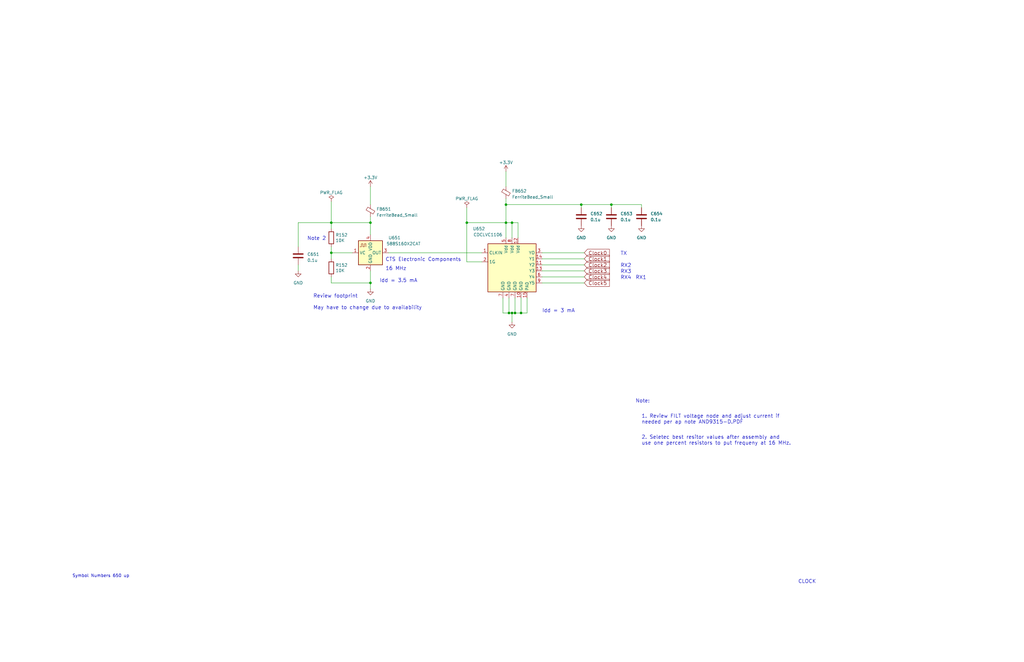
<source format=kicad_sch>
(kicad_sch (version 20230121) (generator eeschema)
  (paper "USLedger")
  (title_block (title "Radiation Tolerant PacSat Communication") (date "2023-06-17") (rev "A") (company "AMSAT-NA") (comment 1 "N5BRG"))
  (lib_symbols
    (symbol "Device:C" (pin_numbers hide) (pin_names (offset 0.254))
      (property "Reference" "C" (at 0.635 2.54 0))
      (property "Value" "C" (at 0.635 -2.54 0))
      (symbol "C_0_1"
        (polyline (pts (xy -2.032 -0.762) (xy 2.032 -0.762)) (stroke (width 0.508)))
        (polyline (pts (xy -2.032 0.762) (xy 2.032 0.762)) (stroke (width 0.508)))
      )
      (symbol "C_1_1"
        (pin passive line (at 0 3.81 270) (length 2.794) (name "~") (number "1"))
        (pin passive line (at 0 -3.81 90) (length 2.794) (name "~") (number "2"))
      )
    )
    (symbol "Device:FerriteBead_Small" (pin_numbers hide) (pin_names (offset 0))
      (property "Reference" "FB" (at 1.905 1.27 0))
      (property "Value" "FerriteBead_Small" (at 1.905 -1.27 0))
      (symbol "FerriteBead_Small_0_1"
        (polyline (pts (xy 0 -1.27) (xy 0 -0.7874)))
        (polyline (pts (xy 0 0.889) (xy 0 1.2954)))
        (polyline (pts (xy -1.8288 0.2794) (xy -1.1176 1.4986) (xy 1.8288 -0.2032) (xy 1.1176 -1.4224) (xy -1.8288 0.2794)))
      )
      (symbol "FerriteBead_Small_1_1"
        (pin passive line (at 0 2.54 270) (length 1.27) (name "~") (number "1"))
        (pin passive line (at 0 -2.54 90) (length 1.27) (name "~") (number "2"))
      )
    )
    (symbol "Device:R" (pin_numbers hide) (pin_names (offset 0))
      (property "Reference" "R" (at 2.032 0 90))
      (property "Value" "R" (at 0 0 90))
      (symbol "R_0_1"
        (rectangle (start -1.016 -2.54) (end 1.016 2.54) (stroke (width 0.254)))
      )
      (symbol "R_1_1"
        (pin passive line (at 0 3.81 270) (length 1.27) (name "~") (number "1"))
        (pin passive line (at 0 -3.81 90) (length 1.27) (name "~") (number "2"))
      )
    )
    (symbol "Oscillator:FT5HV"
      (property "Reference" "U" (at 5.08 11.43 0))
      (property "Value" "FT5HV" (at 6.35 8.89 0))
      (symbol "FT5HV_0_1"
        (rectangle (start -5.08 5.08) (end 5.08 -5.08) (stroke (width 0.254)) (fill (type background)))
        (polyline (pts (xy -4.445 2.54) (xy -3.81 2.54) (xy -3.81 3.81) (xy -3.175 3.81) (xy -3.175 2.54) (xy -2.54 2.54) (xy -2.54 3.81) (xy -1.905 3.81) (xy -1.905 2.54)))
      )
      (symbol "FT5HV_1_1"
        (pin input line (at -7.62 0 0) (length 2.54) (name "VC") (number "1"))
        (pin power_in line (at 0 -7.62 90) (length 2.54) (name "GND") (number "2"))
        (pin output line (at 7.62 0 180) (length 2.54) (name "OUT") (number "3"))
        (pin power_in line (at 0 7.62 270) (length 2.54) (name "VDD") (number "4"))
      )
    )
    (symbol "PACSAT_ICs:CDCLVP1106"
      (property "Reference" "U652" (at -13.97 16.51 0))
      (property "Value" "CDCLVC1106" (at -10.16 13.97 0))
      (symbol "CDCLVP1106_0_0"
        (pin input line (at -12.7 6.35 0) (length 2.54) (name "CLKIN") (number "1"))
        (pin power_in line (at 3.81 -12.7 90) (length 2.54) (name "GND") (number "10"))
        (pin output line (at 12.7 1.27 180) (length 2.54) (name "Y2") (number "11"))
        (pin power_in line (at 2.54 12.7 270) (length 2.54) (name "Vdd") (number "12"))
        (pin output line (at 12.7 -1.27 180) (length 2.54) (name "Y3") (number "13"))
        (pin output line (at 12.7 3.81 180) (length 2.54) (name "Y1") (number "14"))
        (pin input line (at -12.7 2.54 0) (length 2.54) (name "1G") (number "2"))
        (pin output line (at 12.7 6.35 180) (length 2.54) (name "YO") (number "3"))
        (pin power_in line (at -1.27 -12.7 90) (length 2.54) (name "GND") (number "4"))
        (pin power_in line (at -2.54 12.7 270) (length 2.54) (name "Vdd") (number "5"))
        (pin output line (at 12.7 -3.81 180) (length 2.54) (name "Y4") (number "6"))
        (pin power_in line (at -3.81 -12.7 90) (length 2.54) (name "GND") (number "7"))
        (pin power_in line (at 1.27 -12.7 90) (length 2.54) (name "GND") (number "7"))
        (pin power_in line (at 0 12.7 270) (length 2.54) (name "Vdd") (number "8"))
        (pin output line (at 12.7 -6.35 180) (length 2.54) (name "Y5") (number "9"))
      )
      (symbol "CDCLVP1106_0_1"
        (rectangle (start -10.16 10.16) (end 10.16 -10.16) (stroke (width 0.254)) (fill (type background)))
      )
      (symbol "CDCLVP1106_1_1"
        (pin power_in line (at 6.35 -12.7 90) (length 2.54) (name "PAD") (number "15"))
      )
    )
    (symbol "power:+3.3V" (power) (pin_names (offset 0))
      (property "Value" "+3.3V" (at 0 3.556 0))
      (symbol "+3.3V_0_1"
        (polyline (pts (xy -0.762 1.27) (xy 0 2.54)))
        (polyline (pts (xy 0 0) (xy 0 2.54)))
        (polyline (pts (xy 0 2.54) (xy 0.762 1.27)))
      )
      (symbol "+3.3V_1_1"
        (pin power_in line (at 0 0 90) (length 0) hide (name "+3.3V") (number "1"))
      )
    )
    (symbol "power:GND" (power) (pin_names (offset 0))
      (property "Value" "GND" (at 0 -3.81 0))
      (symbol "GND_0_1"
        (polyline (pts (xy 0 0) (xy 0 -1.27) (xy 1.27 -1.27) (xy 0 -2.54) (xy -1.27 -1.27) (xy 0 -1.27)))
      )
      (symbol "GND_1_1"
        (pin power_in line (at 0 0 270) (length 0) hide (name "GND") (number "1"))
      )
    )
    (symbol "power:PWR_FLAG" (power) (pin_numbers hide) (pin_names (offset 0) hide)
      (property "Value" "PWR_FLAG" (at 0 3.81 0))
      (symbol "PWR_FLAG_0_0"
        (pin power_out line (at 0 0 90) (length 0) (name "pwr") (number "1"))
      )
      (symbol "PWR_FLAG_0_1"
        (polyline (pts (xy 0 0) (xy 0 1.27) (xy -1.016 1.905) (xy 0 2.54) (xy 1.016 1.905) (xy 0 1.27)))
      )
    )
  )
  (junction (at 214.63 132.08))
  (junction (at 196.85 93.98))
  (junction (at 245.11 86.36))
  (junction (at 139.7 93.98))
  (junction (at 219.71 132.08))
  (junction (at 217.17 132.08))
  (junction (at 139.7 106.68))
  (junction (at 215.9 132.08))
  (junction (at 213.36 86.36))
  (junction (at 156.21 93.98))
  (junction (at 156.21 119.38))
  (junction (at 213.36 93.98))
  (junction (at 257.81 86.36))
  (junction (at 215.9 93.98))
  (wire (pts (xy 215.9 132.08) (xy 217.17 132.08)))
  (wire (pts (xy 156.21 114.3) (xy 156.21 119.38)))
  (wire (pts (xy 228.6 114.3) (xy 246.38 114.3)))
  (wire (pts (xy 139.7 93.98) (xy 139.7 96.52)))
  (wire (pts (xy 163.83 106.68) (xy 203.2 106.68)))
  (wire (pts (xy 156.21 78.74) (xy 156.21 86.36)))
  (wire (pts (xy 214.63 132.08) (xy 215.9 132.08)))
  (wire (pts (xy 219.71 132.08) (xy 217.17 132.08)))
  (wire (pts (xy 219.71 125.73) (xy 219.71 132.08)))
  (wire (pts (xy 156.21 91.44) (xy 156.21 93.98)))
  (wire (pts (xy 139.7 106.68) (xy 148.59 106.68)))
  (wire (pts (xy 245.11 87.63) (xy 245.11 86.36)))
  (wire (pts (xy 228.6 106.68) (xy 246.38 106.68)))
  (wire (pts (xy 156.21 93.98) (xy 156.21 99.06)))
  (wire (pts (xy 257.81 87.63) (xy 257.81 86.36)))
  (wire (pts (xy 228.6 111.76) (xy 246.38 111.76)))
  (wire (pts (xy 125.73 93.98) (xy 139.7 93.98)))
  (wire (pts (xy 215.9 93.98) (xy 218.44 93.98)))
  (wire (pts (xy 139.7 116.84) (xy 139.7 119.38)))
  (wire (pts (xy 218.44 93.98) (xy 218.44 100.33)))
  (wire (pts (xy 125.73 111.76) (xy 125.73 114.3)))
  (wire (pts (xy 196.85 110.49) (xy 196.85 93.98)))
  (wire (pts (xy 219.71 132.08) (xy 222.25 132.08)))
  (wire (pts (xy 245.11 86.36) (xy 213.36 86.36)))
  (wire (pts (xy 213.36 72.39) (xy 213.36 78.74)))
  (wire (pts (xy 139.7 93.98) (xy 156.21 93.98)))
  (wire (pts (xy 228.6 119.38) (xy 246.38 119.38)))
  (wire (pts (xy 215.9 132.08) (xy 215.9 135.89)))
  (wire (pts (xy 196.85 87.63) (xy 196.85 93.98)))
  (wire (pts (xy 213.36 83.82) (xy 213.36 86.36)))
  (wire (pts (xy 257.81 86.36) (xy 270.51 86.36)))
  (wire (pts (xy 213.36 93.98) (xy 213.36 100.33)))
  (wire (pts (xy 139.7 104.14) (xy 139.7 106.68)))
  (wire (pts (xy 203.2 110.49) (xy 196.85 110.49)))
  (wire (pts (xy 139.7 119.38) (xy 156.21 119.38)))
  (wire (pts (xy 212.09 132.08) (xy 214.63 132.08)))
  (wire (pts (xy 213.36 86.36) (xy 213.36 93.98)))
  (wire (pts (xy 228.6 109.22) (xy 246.38 109.22)))
  (wire (pts (xy 139.7 85.09) (xy 139.7 93.98)))
  (wire (pts (xy 217.17 125.73) (xy 217.17 132.08)))
  (wire (pts (xy 196.85 93.98) (xy 213.36 93.98)))
  (wire (pts (xy 245.11 86.36) (xy 257.81 86.36)))
  (wire (pts (xy 270.51 87.63) (xy 270.51 86.36)))
  (wire (pts (xy 228.6 116.84) (xy 246.38 116.84)))
  (wire (pts (xy 125.73 93.98) (xy 125.73 104.14)))
  (wire (pts (xy 212.09 125.73) (xy 212.09 132.08)))
  (wire (pts (xy 215.9 93.98) (xy 215.9 100.33)))
  (wire (pts (xy 214.63 125.73) (xy 214.63 132.08)))
  (wire (pts (xy 213.36 93.98) (xy 215.9 93.98)))
  (wire (pts (xy 156.21 119.38) (xy 156.21 121.92)))
  (wire (pts (xy 139.7 106.68) (xy 139.7 109.22)))
  (wire (pts (xy 222.25 125.73) (xy 222.25 132.08)))
  (text "RX2" (at 261.62 113.03 0) (effects (font (size 1.524 1.524)) (justify left bottom)))
  (text "1. Review FILT voltage node and adjust current if\nneeded per ap note AND9315-D.PDF" (at 270.51 179.07 0) (effects (font (size 1.524 1.524)) (justify left bottom)))
  (text "CLOCK" (at 336.55 246.38 0) (effects (font (size 1.524 1.524)) (justify left bottom)))
  (text "RX1" (at 267.97 118.11 0) (effects (font (size 1.524 1.524)) (justify left bottom)))
  (text "RX3" (at 261.62 115.57 0) (effects (font (size 1.524 1.524)) (justify left bottom)))
  (text "RX4" (at 261.62 118.11 0) (effects (font (size 1.524 1.524)) (justify left bottom)))
  (text "TX" (at 261.62 107.95 0) (effects (font (size 1.524 1.524)) (justify left bottom)))
  (text "Review footprint\n\nMay have to change due to availability" (at 132.08 130.81 0) (effects (font (size 1.524 1.524)) (justify left bottom)))
  (text "CTS Electronic Components" (at 162.56 110.49 0) (effects (font (size 1.524 1.524)) (justify left bottom)))
  (text "Note:\n" (at 267.97 170.18 0) (effects (font (size 1.524 1.524)) (justify left bottom)))
  (text "Note 2" (at 129.54 101.6 0) (effects (font (size 1.524 1.524)) (justify left bottom)))
  (text "16 MHz" (at 162.56 114.3 0) (effects (font (size 1.524 1.524)) (justify left bottom)))
  (text "2. Seletec best resitor values after assembly and\nuse one percent resistors to put frequeny at 16 MHz." (at 270.51 187.96 0) (effects (font (size 1.524 1.524)) (justify left bottom)))
  (text "Idd = 3 mA" (at 228.6 132.08 0) (effects (font (size 1.524 1.524)) (justify left bottom)))
  (text "Symbol Numbers 650 up" (at 30.48 243.84 0) (effects (font (size 1.27 1.27)) (justify left bottom)))
  (text "Idd = 3.5 mA" (at 160.02 119.38 0) (effects (font (size 1.524 1.524)) (justify left bottom)))
  (global_label "Clock4" (shape input) (at 246.38 116.84 0) (effects (font (size 1.524 1.524))) (property "Intersheetrefs" "${INTERSHEET_REFS}" (effects hide)))
  (global_label "Clock3" (shape input) (at 246.38 114.3 0) (effects (font (size 1.524 1.524))) (property "Intersheetrefs" "${INTERSHEET_REFS}" (effects hide)))
  (global_label "Clock0" (shape input) (at 246.38 106.68 0) (effects (font (size 1.524 1.524))) (property "Intersheetrefs" "${INTERSHEET_REFS}" (effects hide)))
  (global_label "Clock1" (shape input) (at 246.38 109.22 0) (effects (font (size 1.524 1.524))) (property "Intersheetrefs" "${INTERSHEET_REFS}" (effects hide)))
  (global_label "Clock2" (shape input) (at 246.38 111.76 0) (effects (font (size 1.524 1.524))) (property "Intersheetrefs" "${INTERSHEET_REFS}" (effects hide)))
  (global_label "Clock5" (shape input) (at 246.38 119.38 0) (effects (font (size 1.524 1.524))) (property "Intersheetrefs" "${INTERSHEET_REFS}" (effects hide)))
  (symbol (lib_id "Device:C") (at 245.11 91.44 0) (unit 1)
    (property "Reference" "C652" (at 248.92 90.1699 0) (effects (justify left)))
    (property "Value" "0.1u" (at 248.92 92.7099 0) (effects (justify left)))
    (property "Footprint" "Capacitor_SMD:C_0603_1608Metric_Pad1.08x0.95mm_HandSolder" (effects hide))
  )
  (symbol (lib_id "power:GND") (at 215.9 135.89 0) (unit 1)
    (property "Reference" "#PWR0655" (effects hide))
    (property "Value" "GND" (at 215.9 140.97 0))
  )
  (symbol (lib_id "power:+3.3V") (at 156.21 78.74 0) (unit 1)
    (property "Reference" "#PWR0652" (effects hide))
    (property "Value" "+3.3V" (at 156.21 74.93 0))
  )
  (symbol (lib_id "Device:FerriteBead_Small") (at 156.21 88.9 0) (unit 1)
    (property "Reference" "FB651" (at 158.75 88.2269 0) (effects (justify left)))
    (property "Value" "FerriteBead_Small" (at 158.75 90.7669 0) (effects (justify left)))
    (property "Footprint" "Resistor_SMD:R_0603_1608Metric_Pad0.98x0.95mm_HandSolder" (effects hide))
  )
  (symbol (lib_id "power:GND") (at 270.51 95.25 0) (unit 1)
    (property "Reference" "#PWR0658" (effects hide))
    (property "Value" "GND" (at 270.51 100.33 0))
  )
  (symbol (lib_id "power:GND") (at 257.81 95.25 0) (unit 1)
    (property "Reference" "#PWR0657" (effects hide))
    (property "Value" "GND" (at 257.81 100.33 0))
  )
  (symbol (lib_id "power:PWR_FLAG") (at 196.85 87.63 0) (unit 1)
    (property "Reference" "#FLG095" (effects hide))
    (property "Value" "PWR_FLAG" (at 196.85 83.82 0))
  )
  (symbol (lib_id "power:PWR_FLAG") (at 139.7 85.09 0) (unit 1)
    (property "Reference" "#FLG06" (effects hide))
    (property "Value" "PWR_FLAG" (at 139.7 81.28 0))
  )
  (symbol (lib_id "power:+3.3V") (at 213.36 72.39 0) (unit 1)
    (property "Reference" "#PWR0654" (effects hide))
    (property "Value" "+3.3V" (at 213.36 68.58 0))
  )
  (symbol (lib_id "Device:R") (at 139.7 100.33 0) (unit 1)
    (property "Reference" "R152" (at 141.478 99.1616 0) (effects (justify left)))
    (property "Value" "10K" (at 141.478 101.473 0) (effects (justify left)))
    (property "Footprint" "Resistor_SMD:R_0603_1608Metric_Pad0.98x0.95mm_HandSolder" (effects hide))
    (instances (project "PacSat_Dev_RevC_230904" (path "" (reference "R152") (unit 1)) (path "" (reference "R651") (unit 1))))
  )
  (symbol (lib_id "power:GND") (at 245.11 95.25 0) (unit 1)
    (property "Reference" "#PWR0656" (effects hide))
    (property "Value" "GND" (at 245.11 100.33 0))
  )
  (symbol (lib_id "Device:FerriteBead_Small") (at 213.36 81.28 0) (unit 1)
    (property "Reference" "FB652" (at 215.9 80.6069 0) (effects (justify left)))
    (property "Value" "FerriteBead_Small" (at 215.9 83.1469 0) (effects (justify left)))
    (property "Footprint" "Resistor_SMD:R_0603_1608Metric_Pad0.98x0.95mm_HandSolder" (effects hide))
  )
  (symbol (lib_id "Device:C") (at 125.73 107.95 0) (unit 1)
    (property "Reference" "C651" (at 129.54 107.315 0) (effects (justify left)))
    (property "Value" "0.1u" (at 129.54 109.855 0) (effects (justify left)))
    (property "Footprint" "Capacitor_SMD:C_0603_1608Metric_Pad1.08x0.95mm_HandSolder" (effects hide))
  )
  (symbol (lib_id "Oscillator:FT5HV") (at 156.21 106.68 0) (unit 1)
    (property "Reference" "U651" (at 166.37 100.33 0))
    (property "Value" "588S160X2CAT" (at 170.18 102.87 0))
    (property "Footprint" "Oscillator:Oscillator_SMD_Fox_FT5H_5.0x3.2mm" (effects hide))
    (property "Datasheet" "https://foxonline.com/wp-content/uploads/pdfs/T5HN_T5HV.pdf" (effects hide))
  )
  (symbol (lib_id "power:GND") (at 156.21 121.92 0) (unit 1)
    (property "Reference" "#PWR0653" (effects hide))
    (property "Value" "GND" (at 156.21 127 0))
  )
  (symbol (lib_id "Device:R") (at 139.7 113.03 0) (unit 1)
    (property "Reference" "R152" (at 141.478 111.8616 0) (effects (justify left)))
    (property "Value" "10K" (at 141.478 114.173 0) (effects (justify left)))
    (property "Footprint" "Resistor_SMD:R_0603_1608Metric_Pad0.98x0.95mm_HandSolder" (effects hide))
    (instances (project "PacSat_Dev_RevC_230904" (path "" (reference "R152") (unit 1)) (path "" (reference "R652") (unit 1))))
  )
  (symbol (lib_id "Device:C") (at 257.81 91.44 0) (unit 1)
    (property "Reference" "C653" (at 261.62 90.1699 0) (effects (justify left)))
    (property "Value" "0.1u" (at 261.62 92.7099 0) (effects (justify left)))
    (property "Footprint" "Capacitor_SMD:C_0603_1608Metric_Pad1.08x0.95mm_HandSolder" (effects hide))
  )
  (symbol (lib_id "PACSAT_ICs:CDCLVP1106") (at 215.9 113.03 0) (unit 1)
    (property "Reference" "U652" (at 201.93 96.52 0))
    (property "Value" "CDCLVC1106" (at 205.74 99.06 0))
    (property "Footprint" "Package_SO:HTSSOP-14-1EP_4.4x5mm_P0.65mm_EP3.4x5mm_Mask3x3.1mm" (effects hide))
    (property "Datasheet" "https://www.ti.com/lit/ds/symlink/cdclvc1106.pdf?ts=1677547349892&ref_url=https%253A%252F%252Fwww.ti.com%252Fsitesearch%252Fen-us%252Fdocs%252Funiversalsearch.tsp%253FlangPref%253Den-US%2526searchTerm%253DCDCLVC1106%2526nr%253D39" (effects hide))
  )
  (symbol (lib_id "Device:C") (at 270.51 91.44 0) (unit 1)
    (property "Reference" "C654" (at 274.32 90.1699 0) (effects (justify left)))
    (property "Value" "0.1u" (at 274.32 92.7099 0) (effects (justify left)))
    (property "Footprint" "Capacitor_SMD:C_0603_1608Metric_Pad1.08x0.95mm_HandSolder" (effects hide))
  )
  (symbol (lib_id "power:GND") (at 125.73 114.3 0) (unit 1)
    (property "Reference" "#PWR0651" (effects hide))
    (property "Value" "GND" (at 125.73 119.38 0))
  )
)
</source>
